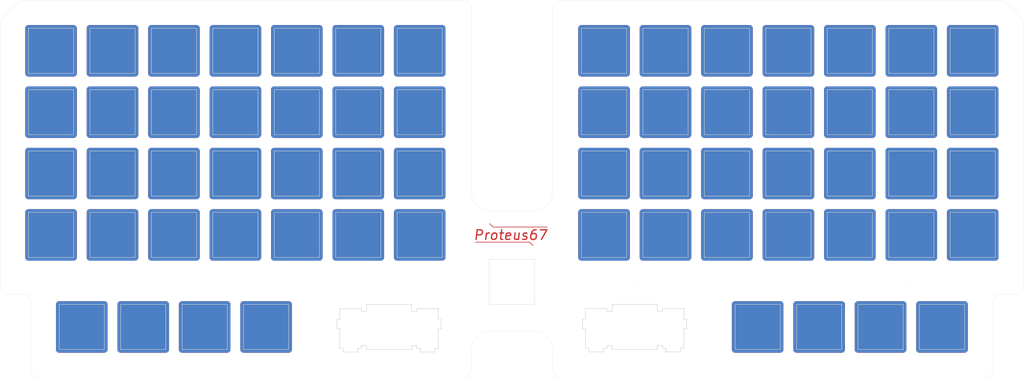
<source format=kicad_pcb>
(kicad_pcb (version 20221018) (generator pcbnew)
  (layers (0 "F.Cu" signal) (31 "B.Cu" signal) (34 "B.Paste" user) (35 "F.Paste" user) (36 "B.SilkS" user "B.Silkscreen") (37 "F.SilkS" user "F.Silkscreen") (38 "B.Mask" user) (39 "F.Mask" user) (44 "Edge.Cuts" user))
  (net 0 "")
  (footprint "Stencils:MX_FMask-with-cutout" (layer "F.Cu") (at 324.295 162.325)
    (fp_text reference "REF**" hide)
    (fp_text value "MX_FMask-with-cutout" hide)
    (fp_line (start -7 -7) (end -7 7) (stroke (width 0.15)) (layer "Edge.Cuts"))
    (fp_line (start -7 7) (end 7 7) (stroke (width 0.15)) (layer "Edge.Cuts"))
    (fp_line (start 7 -7) (end -7 -7) (stroke (width 0.15)) (layer "Edge.Cuts"))
    (fp_line (start 7 7) (end 7 -7) (stroke (width 0.15)) (layer "Edge.Cuts"))
  )
  (footprint "Stencils:MX_FMask-with-cutout" (layer "F.Cu") (at 124.27 76.6)
    (fp_text reference "REF**" hide)
    (fp_text value "MX_FMask-with-cutout" hide)
    (fp_line (start -7 -7) (end -7 7) (stroke (width 0.15)) (layer "Edge.Cuts"))
    (fp_line (start -7 7) (end 7 7) (stroke (width 0.15)) (layer "Edge.Cuts"))
    (fp_line (start 7 -7) (end -7 -7) (stroke (width 0.15)) (layer "Edge.Cuts"))
    (fp_line (start 7 7) (end 7 -7) (stroke (width 0.15)) (layer "Edge.Cuts"))
  )
  (footprint "Stencils:MX_FMask-with-cutout" (layer "F.Cu") (at 162.37 133.75)
    (fp_text reference "REF**" hide)
    (fp_text value "MX_FMask-with-cutout" hide)
    (fp_line (start -7 -7) (end -7 7) (stroke (width 0.15)) (layer "Edge.Cuts"))
    (fp_line (start -7 7) (end 7 7) (stroke (width 0.15)) (layer "Edge.Cuts"))
    (fp_line (start 7 -7) (end -7 -7) (stroke (width 0.15)) (layer "Edge.Cuts"))
    (fp_line (start 7 7) (end 7 -7) (stroke (width 0.15)) (layer "Edge.Cuts"))
  )
  (footprint "Stencils:MX_FMask-with-cutout" (layer "F.Cu") (at 105.22 76.6)
    (fp_text reference "REF**" hide)
    (fp_text value "MX_FMask-with-cutout" hide)
    (fp_line (start -7 -7) (end -7 7) (stroke (width 0.15)) (layer "Edge.Cuts"))
    (fp_line (start -7 7) (end 7 7) (stroke (width 0.15)) (layer "Edge.Cuts"))
    (fp_line (start 7 -7) (end -7 -7) (stroke (width 0.15)) (layer "Edge.Cuts"))
    (fp_line (start 7 7) (end 7 -7) (stroke (width 0.15)) (layer "Edge.Cuts"))
  )
  (footprint "Stencils:MX_FMask-with-cutout" (layer "F.Cu") (at 333.82 76.6)
    (fp_text reference "REF**" hide)
    (fp_text value "MX_FMask-with-cutout" hide)
    (fp_line (start -7 -7) (end -7 7) (stroke (width 0.15)) (layer "Edge.Cuts"))
    (fp_line (start -7 7) (end 7 7) (stroke (width 0.15)) (layer "Edge.Cuts"))
    (fp_line (start 7 -7) (end -7 -7) (stroke (width 0.15)) (layer "Edge.Cuts"))
    (fp_line (start 7 7) (end 7 -7) (stroke (width 0.15)) (layer "Edge.Cuts"))
  )
  (footprint "Stencils:MX_FMask-with-cutout" (layer "F.Cu") (at 162.37 95.65)
    (fp_text reference "REF**" hide)
    (fp_text value "MX_FMask-with-cutout" hide)
    (fp_line (start -7 -7) (end -7 7) (stroke (width 0.15)) (layer "Edge.Cuts"))
    (fp_line (start -7 7) (end 7 7) (stroke (width 0.15)) (layer "Edge.Cuts"))
    (fp_line (start 7 -7) (end -7 -7) (stroke (width 0.15)) (layer "Edge.Cuts"))
    (fp_line (start 7 7) (end 7 -7) (stroke (width 0.15)) (layer "Edge.Cuts"))
  )
  (footprint "Stencils:MX_FMask-with-cutout" (layer "F.Cu") (at 333.82 95.65)
    (fp_text reference "REF**" hide)
    (fp_text value "MX_FMask-with-cutout" hide)
    (fp_line (start -7 -7) (end -7 7) (stroke (width 0.15)) (layer "Edge.Cuts"))
    (fp_line (start -7 7) (end 7 7) (stroke (width 0.15)) (layer "Edge.Cuts"))
    (fp_line (start 7 -7) (end -7 -7) (stroke (width 0.15)) (layer "Edge.Cuts"))
    (fp_line (start 7 7) (end 7 -7) (stroke (width 0.15)) (layer "Edge.Cuts"))
  )
  (footprint "Stencils:MX_FMask-with-cutout" (layer "F.Cu") (at 276.67 95.65)
    (fp_text reference "REF**" hide)
    (fp_text value "MX_FMask-with-cutout" hide)
    (fp_line (start -7 -7) (end -7 7) (stroke (width 0.15)) (layer "Edge.Cuts"))
    (fp_line (start -7 7) (end 7 7) (stroke (width 0.15)) (layer "Edge.Cuts"))
    (fp_line (start 7 -7) (end -7 -7) (stroke (width 0.15)) (layer "Edge.Cuts"))
    (fp_line (start 7 7) (end 7 -7) (stroke (width 0.15)) (layer "Edge.Cuts"))
  )
  (footprint "Stencils:MX_FMask-with-cutout" (layer "F.Cu") (at 257.62 95.65)
    (fp_text reference "REF**" hide)
    (fp_text value "MX_FMask-with-cutout" hide)
    (fp_line (start -7 -7) (end -7 7) (stroke (width 0.15)) (layer "Edge.Cuts"))
    (fp_line (start -7 7) (end 7 7) (stroke (width 0.15)) (layer "Edge.Cuts"))
    (fp_line (start 7 -7) (end -7 -7) (stroke (width 0.15)) (layer "Edge.Cuts"))
    (fp_line (start 7 7) (end 7 -7) (stroke (width 0.15)) (layer "Edge.Cuts"))
  )
  (footprint "Lily58-footprint:HOLE_M2" (layer "F.Cu") (at 76.645 86.125)
    (fp_text reference "HOLE_M2" hide)
    (fp_text value "VAL**" hide)
  )
  (footprint "Stencils:MX_FMask-with-cutout" (layer "F.Cu") (at 314.77 114.7)
    (fp_text reference "REF**" hide)
    (fp_text value "MX_FMask-with-cutout" hide)
    (fp_line (start -7 -7) (end -7 7) (stroke (width 0.15)) (layer "Edge.Cuts"))
    (fp_line (start -7 7) (end 7 7) (stroke (width 0.15)) (layer "Edge.Cuts"))
    (fp_line (start 7 -7) (end -7 -7) (stroke (width 0.15)) (layer "Edge.Cuts"))
    (fp_line (start 7 7) (end 7 -7) (stroke (width 0.15)) (layer "Edge.Cuts"))
  )
  (footprint "Lily58-footprint:HOLE_M2" (layer "F.Cu") (at 171.895 86.125)
    (fp_text reference "HOLE_M2" hide)
    (fp_text value "VAL**" hide)
  )
  (footprint "Stencils:MX_FMask-with-cutout" (layer "F.Cu") (at 314.77 95.65)
    (fp_text reference "REF**" hide)
    (fp_text value "MX_FMask-with-cutout" hide)
    (fp_line (start -7 -7) (end -7 7) (stroke (width 0.15)) (layer "Edge.Cuts"))
    (fp_line (start -7 7) (end 7 7) (stroke (width 0.15)) (layer "Edge.Cuts"))
    (fp_line (start 7 -7) (end -7 -7) (stroke (width 0.15)) (layer "Edge.Cuts"))
    (fp_line (start 7 7) (end 7 -7) (stroke (width 0.15)) (layer "Edge.Cuts"))
  )
  (footprint "Stencils:MX_FMask-with-cutout" (layer "F.Cu") (at 86.17 76.6)
    (fp_text reference "REF**" hide)
    (fp_text value "MX_FMask-with-cutout" hide)
    (fp_line (start -7 -7) (end -7 7) (stroke (width 0.15)) (layer "Edge.Cuts"))
    (fp_line (start -7 7) (end 7 7) (stroke (width 0.15)) (layer "Edge.Cuts"))
    (fp_line (start 7 -7) (end -7 -7) (stroke (width 0.15)) (layer "Edge.Cuts"))
    (fp_line (start 7 7) (end 7 -7) (stroke (width 0.15)) (layer "Edge.Cuts"))
  )
  (footprint "Stencils:MX_FMask-with-cutout" (layer "F.Cu") (at 352.87 114.7)
    (fp_text reference "REF**" hide)
    (fp_text value "MX_FMask-with-cutout" hide)
    (fp_line (start -7 -7) (end -7 7) (stroke (width 0.15)) (layer "Edge.Cuts"))
    (fp_line (start -7 7) (end 7 7) (stroke (width 0.15)) (layer "Edge.Cuts"))
    (fp_line (start 7 -7) (end -7 -7) (stroke (width 0.15)) (layer "Edge.Cuts"))
    (fp_line (start 7 7) (end 7 -7) (stroke (width 0.15)) (layer "Edge.Cuts"))
  )
  (footprint "Stencils:MX_FMask-with-cutout" (layer "F.Cu") (at 314.77 76.6)
    (fp_text reference "REF**" hide)
    (fp_text value "MX_FMask-with-cutout" hide)
    (fp_line (start -7 -7) (end -7 7) (stroke (width 0.15)) (layer "Edge.Cuts"))
    (fp_line (start -7 7) (end 7 7) (stroke (width 0.15)) (layer "Edge.Cuts"))
    (fp_line (start 7 -7) (end -7 -7) (stroke (width 0.15)) (layer "Edge.Cuts"))
    (fp_line (start 7 7) (end 7 -7) (stroke (width 0.15)) (layer "Edge.Cuts"))
  )
  (footprint "Stencils:MX_FMask-with-cutout" (layer "F.Cu") (at 238.57 76.6)
    (fp_text reference "REF**" hide)
    (fp_text value "MX_FMask-with-cutout" hide)
    (fp_line (start -7 -7) (end -7 7) (stroke (width 0.15)) (layer "Edge.Cuts"))
    (fp_line (start -7 7) (end 7 7) (stroke (width 0.15)) (layer "Edge.Cuts"))
    (fp_line (start 7 -7) (end -7 -7) (stroke (width 0.15)) (layer "Edge.Cuts"))
    (fp_line (start 7 7) (end 7 -7) (stroke (width 0.15)) (layer "Edge.Cuts"))
  )
  (footprint "Stencils:MX_FMask-with-cutout" (layer "F.Cu") (at 238.57 95.65)
    (fp_text reference "REF**" hide)
    (fp_text value "MX_FMask-with-cutout" hide)
    (fp_line (start -7 -7) (end -7 7) (stroke (width 0.15)) (layer "Edge.Cuts"))
    (fp_line (start -7 7) (end 7 7) (stroke (width 0.15)) (layer "Edge.Cuts"))
    (fp_line (start 7 -7) (end -7 -7) (stroke (width 0.15)) (layer "Edge.Cuts"))
    (fp_line (start 7 7) (end 7 -7) (stroke (width 0.15)) (layer "Edge.Cuts"))
  )
  (footprint "Lily58-footprint:HOLE_M2" (layer "F.Cu") (at 86.17 148.355)
    (fp_text reference "HOLE_M2" hide)
    (fp_text value "VAL**" hide)
  )
  (footprint "Stencils:Triple-Dual-2u-LED-stab-flip" (layer "F.Cu") (at 171.912 162.34)
    (fp_text reference "SW_2u-E6" hide)
    (fp_text value "MX" hide)
    (fp_line (start -16.129 -2.286) (end -15.2654 -2.286) (stroke (width 0.1524)) (layer "Edge.Cuts"))
    (fp_line (start -16.129 0.508) (end -16.129 -2.286) (stroke (width 0.1524)) (layer "Edge.Cuts"))
    (fp_line (start -15.2654 -5.6896) (end -8.6106 -5.6896) (stroke (width 0.1524)) (layer "Edge.Cuts"))
    (fp_line (start -15.2654 -2.286) (end -15.2654 -5.6896) (stroke (width 0.1524)) (layer "Edge.Cuts"))
    (fp_line (start -15.2654 0.508) (end -16.129 0.508) (stroke (width 0.1524)) (layer "Edge.Cuts"))
    (fp_line (start -15.2654 6.604) (end -15.2654 0.508) (stroke (width 0.1524)) (layer "Edge.Cuts"))
    (fp_line (start -14.224 6.604) (end -15.2654 6.604) (stroke (width 0.1524)) (layer "Edge.Cuts"))
    (fp_line (start -14.224 7.7724) (end -14.224 6.604) (stroke (width 0.1524)) (layer "Edge.Cuts"))
    (fp_line (start -9.652 6.604) (end -9.652 7.7724) (stroke (width 0.1524)) (layer "Edge.Cuts"))
    (fp_line (start -9.652 7.7724) (end -14.224 7.7724) (stroke (width 0.1524)) (layer "Edge.Cuts"))
    (fp_line (start -8.6106 -5.6896) (end -8.6106 -4.8768) (stroke (width 0.1524)) (layer "Edge.Cuts"))
    (fp_line (start -8.6106 -4.8768) (end -6.985 -4.8768) (stroke (width 0.1524)) (layer "Edge.Cuts"))
    (fp_line (start -8.6106 5.8166) (end -8.6106 6.604) (stroke (width 0.1524)) (layer "Edge.Cuts"))
    (fp_line (start -8.6106 6.604) (end -9.652 6.604) (stroke (width 0.1524)) (layer "Edge.Cuts"))
    (fp_line (start -6.985 -6.985) (end 6.985 -6.985) (stroke (width 0.1524)) (layer "Edge.Cuts"))
    (fp_line (start -6.985 -4.8768) (end -6.985 -6.985) (stroke (width 0.1524)) (layer "Edge.Cuts"))
    (fp_line (start -6.985 5.8166) (end -8.6106 5.8166) (stroke (width 0.1524)) (layer "Edge.Cuts"))
    (fp_line (start -6.985 6.985) (end -6.985 5.8166) (stroke (width 0.1524)) (layer "Edge.Cuts"))
    (fp_line (start 6.985 -6.985) (end 6.985 -4.8768) (stroke (width 0.1524)) (layer "Edge.Cuts"))
    (fp_line (start 6.985 -4.8768) (end 8.6106 -4.8768) (stroke (width 0.1524)) (layer "Edge.Cuts"))
    (fp_line (start 6.985 5.8166) (end 6.985 6.985) (stroke (width 0.1524)) (layer "Edge.Cuts"))
    (fp_line (start 6.985 6.985) (end -6.985 6.985) (stroke (width 0.1524)) (layer "Edge.Cuts"))
    (fp_line (start 8.6106 -5.6896) (end 15.2654 -5.6896) (stroke (width 0.1524)) (layer "Edge.Cuts"))
    (fp_line (start 8.6106 -4.8768) (end 8.6106 -5.6896) (stroke (width 0.1524)) (layer "Edge.Cuts"))
    (fp_line (start 8.6106 5.8166) (end 6.985 5.8166) (stroke (width 0.1524)) (layer "Edge.Cuts"))
    (fp_line (start 8.6106 6.604) (end 8.6106 5.8166) (stroke (width 0.1524)) (layer "Edge.Cuts"))
    (fp_line (start 9.652 6.604) (end 8.6106 6.604) (stroke (width 0.1524)) (layer "Edge.Cuts"))
    (fp_line (start 9.652 7.7724) (end 9.652 6.604) (stroke (width 0.1524)) (layer "Edge.Cuts"))
    (fp_line (start 14.224 6.604) (end 14.224 7.7724) (stroke (width 0.1524)) (layer "Edge.Cuts"))
    (fp_line (start 14.224 7.7724) (end 9.652 7.7724) (stroke (width 0.1524)) (layer "Edge.Cuts"))
    (fp_line (start 15.2654 -5.6896) (end 15.2654 -2.286) (stroke (width 0.1524)) (layer "Edge.Cuts"))
    (fp_line (start 15.2654 -2.286) (end 16.129 -2.286) (stroke (width 0.1524)) (layer "Edge.Cuts"))
    (fp_line (start 15.2654 0.508) (end 15.2654 6.604) (stroke (width 0.1524)) (layer "Edge.Cuts"))
    (fp_line (start 15.2654 6.604) (end 14.224 6.604) (stroke (width 0.1524)) (layer "Edge.Cuts"))
    (fp_line (start 16.129 -2.286) (end 16.129 0.508) (stroke (width 0.1524)) (layer "Edge.Cuts"))
    (fp_line (start 16.129 0.508) (end 15.2654 0.508) (stroke (width 0.1524)) (layer "Edge.Cuts"))
  )
  (footprint "Stencils:MX_FMask-with-cutout" (layer "F.Cu") (at 86.17 95.65)
    (fp_text reference "REF**" hide)
    (fp_text value "MX_FMask-with-cutout" hide)
    (fp_line (start -7 -7) (end -7 7) (stroke (width 0.15)) (layer "Edge.Cuts"))
    (fp_line (start -7 7) (end 7 7) (stroke (width 0.15)) (layer "Edge.Cuts"))
    (fp_line (start 7 -7) (end -7 -7) (stroke (width 0.15)) (layer "Edge.Cuts"))
    (fp_line (start 7 7) (end 7 -7) (stroke (width 0.15)) (layer "Edge.Cuts"))
  )
  (footprint "Stencils:MX_FMask-with-cutout" (layer "F.Cu") (at 105.22 95.65)
    (fp_text reference "REF**" hide)
    (fp_text value "MX_FMask-with-cutout" hide)
    (fp_line (start -7 -7) (end -7 7) (stroke (width 0.15)) (layer "Edge.Cuts"))
    (fp_line (start -7 7) (end 7 7) (stroke (width 0.15)) (layer "Edge.Cuts"))
    (fp_line (start 7 -7) (end -7 -7) (stroke (width 0.15)) (layer "Edge.Cuts"))
    (fp_line (start 7 7) (end 7 -7) (stroke (width 0.15)) (layer "Edge.Cuts"))
  )
  (footprint "Stencils:MX_FMask-with-cutout" (layer "F.Cu") (at 95.695 162.325)
    (fp_text reference "REF**" hide)
    (fp_text value "MX_FMask-with-cutout" hide)
    (fp_line (start -7 -7) (end -7 7) (stroke (width 0.15)) (layer "Edge.Cuts"))
    (fp_line (start -7 7) (end 7 7) (stroke (width 0.15)) (layer "Edge.Cuts"))
    (fp_line (start 7 -7) (end -7 -7) (stroke (width 0.15)) (layer "Edge.Cuts"))
    (fp_line (start 7 7) (end 7 -7) (stroke (width 0.15)) (layer "Edge.Cuts"))
  )
  (footprint "Stencils:MX_FMask-with-cutout" (layer "F.Cu") (at 352.87 133.75)
    (fp_text reference "REF**" hide)
    (fp_text value "MX_FMask-with-cutout" hide)
    (fp_line (start -7 -7) (end -7 7) (stroke (width 0.15)) (layer "Edge.Cuts"))
    (fp_line (start -7 7) (end 7 7) (stroke (width 0.15)) (layer "Edge.Cuts"))
    (fp_line (start 7 -7) (end -7 -7) (stroke (width 0.15)) (layer "Edge.Cuts"))
    (fp_line (start 7 7) (end 7 -7) (stroke (width 0.15)) (layer "Edge.Cuts"))
  )
  (footprint "Stencils:MX_FMask-with-cutout" (layer "F.Cu") (at 67.12 114.7)
    (fp_text reference "REF**" hide)
    (fp_text value "MX_FMask-with-cutout" hide)
    (fp_line (start -7 -7) (end -7 7) (stroke (width 0.15)) (layer "Edge.Cuts"))
    (fp_line (start -7 7) (end 7 7) (stroke (width 0.15)) (layer "Edge.Cuts"))
    (fp_line (start 7 -7) (end -7 -7) (stroke (width 0.15)) (layer "Edge.Cuts"))
    (fp_line (start 7 7) (end 7 -7) (stroke (width 0.15)) (layer "Edge.Cuts"))
  )
  (footprint "Stencils:Triple-Dual-2u-LED-stab-flip" (layer "F.Cu") (at 248.075 162.3)
    (fp_text reference "SW_2u-E6" hide)
    (fp_text value "MX" hide)
    (fp_line (start -16.129 -2.286) (end -15.2654 -2.286) (stroke (width 0.1524)) (layer "Edge.Cuts"))
    (fp_line (start -16.129 0.508) (end -16.129 -2.286) (stroke (width 0.1524)) (layer "Edge.Cuts"))
    (fp_line (start -15.2654 -5.6896) (end -8.6106 -5.6896) (stroke (width 0.1524)) (layer "Edge.Cuts"))
    (fp_line (start -15.2654 -2.286) (end -15.2654 -5.6896) (stroke (width 0.1524)) (layer "Edge.Cuts"))
    (fp_line (start -15.2654 0.508) (end -16.129 0.508) (stroke (width 0.1524)) (layer "Edge.Cuts"))
    (fp_line (start -15.2654 6.604) (end -15.2654 0.508) (stroke (width 0.1524)) (layer "Edge.Cuts"))
    (fp_line (start -14.224 6.604) (end -15.2654 6.604) (stroke (width 0.1524)) (layer "Edge.Cuts"))
    (fp_line (start -14.224 7.7724) (end -14.224 6.604) (stroke (width 0.1524)) (layer "Edge.Cuts"))
    (fp_line (start -9.652 6.604) (end -9.652 7.7724) (stroke (width 0.1524)) (layer "Edge.Cuts"))
    (fp_line (start -9.652 7.7724) (end -14.224 7.7724) (stroke (width 0.1524)) (layer "Edge.Cuts"))
    (fp_line (start -8.6106 -5.6896) (end -8.6106 -4.8768) (stroke (width 0.1524)) (layer "Edge.Cuts"))
    (fp_line (start -8.6106 -4.8768) (end -6.985 -4.8768) (stroke (width 0.1524)) (layer "Edge.Cuts"))
    (fp_line (start -8.6106 5.8166) (end -8.6106 6.604) (stroke (width 0.1524)) (layer "Edge.Cuts"))
    (fp_line (start -8.6106 6.604) (end -9.652 6.604) (stroke (width 0.1524)) (layer "Edge.Cuts"))
    (fp_line (start -6.985 -6.985) (end 6.985 -6.985) (stroke (width 0.1524)) (layer "Edge.Cuts"))
    (fp_line (start -6.985 -4.8768) (end -6.985 -6.985) (stroke (width 0.1524)) (layer "Edge.Cuts"))
    (fp_line (start -6.985 5.8166) (end -8.6106 5.8166) (stroke (width 0.1524)) (layer "Edge.Cuts"))
    (fp_line (start -6.985 6.985) (end -6.985 5.8166) (stroke (width 0.1524)) (layer "Edge.Cuts"))
    (fp_line (start 6.985 -6.985) (end 6.985 -4.8768) (stroke (width 0.1524)) (layer "Edge.Cuts"))
    (fp_line (start 6.985 -4.8768) (end 8.6106 -4.8768) (stroke (width 0.1524)) (layer "Edge.Cuts"))
    (fp_line (start 6.985 5.8166) (end 6.985 6.985) (stroke (width 0.1524)) (layer "Edge.Cuts"))
    (fp_line (start 6.985 6.985) (end -6.985 6.985) (stroke (width 0.1524)) (layer "Edge.Cuts"))
    (fp_line (start 8.6106 -5.6896) (end 15.2654 -5.6896) (stroke (width 0.1524)) (layer "Edge.Cuts"))
    (fp_line (start 8.6106 -4.8768) (end 8.6106 -5.6896) (stroke (width 0.1524)) (layer "Edge.Cuts"))
    (fp_line (start 8.6106 5.8166) (end 6.985 5.8166) (stroke (width 0.1524)) (layer "Edge.Cuts"))
    (fp_line (start 8.6106 6.604) (end 8.6106 5.8166) (stroke (width 0.1524)) (layer "Edge.Cuts"))
    (fp_line (start 9.652 6.604) (end 8.6106 6.604) (stroke (width 0.1524)) (layer "Edge.Cuts"))
    (fp_line (start 9.652 7.7724) (end 9.652 6.604) (stroke (width 0.1524)) (layer "Edge.Cuts"))
    (fp_line (start 14.224 6.604) (end 14.224 7.7724) (stroke (width 0.1524)) (layer "Edge.Cuts"))
    (fp_line (start 14.224 7.7724) (end 9.652 7.7724) (stroke (width 0.1524)) (layer "Edge.Cuts"))
    (fp_line (start 15.2654 -5.6896) (end 15.2654 -2.286) (stroke (width 0.1524)) (layer "Edge.Cuts"))
    (fp_line (start 15.2654 -2.286) (end 16.129 -2.286) (stroke (width 0.1524)) (layer "Edge.Cuts"))
    (fp_line (start 15.2654 0.508) (end 15.2654 6.604) (stroke (width 0.1524)) (layer "Edge.Cuts"))
    (fp_line (start 15.2654 6.604) (end 14.224 6.604) (stroke (width 0.1524)) (layer "Edge.Cuts"))
    (fp_line (start 16.129 -2.286) (end 16.129 0.508) (stroke (width 0.1524)) (layer "Edge.Cuts"))
    (fp_line (start 16.129 0.508) (end 15.2654 0.508) (stroke (width 0.1524)) (layer "Edge.Cuts"))
  )
  (footprint "Stencils:MX_FMask-with-cutout" (layer "F.Cu") (at 276.67 133.75)
    (fp_text reference "REF**" hide)
    (fp_text value "MX_FMask-with-cutout" hide)
    (fp_line (start -7 -7) (end -7 7) (stroke (width 0.15)) (layer "Edge.Cuts"))
    (fp_line (start -7 7) (end 7 7) (stroke (width 0.15)) (layer "Edge.Cuts"))
    (fp_line (start 7 -7) (end -7 -7) (stroke (width 0.15)) (layer "Edge.Cuts"))
    (fp_line (start 7 7) (end 7 -7) (stroke (width 0.15)) (layer "Edge.Cuts"))
  )
  (footprint "Stencils:MX_FMask-with-cutout" (layer "F.Cu") (at 181.42 76.6)
    (fp_text reference "REF**" hide)
    (fp_text value "MX_FMask-with-cutout" hide)
    (fp_line (start -7 -7) (end -7 7) (stroke (width 0.15)) (layer "Edge.Cuts"))
    (fp_line (start -7 7) (end 7 7) (stroke (width 0.15)) (layer "Edge.Cuts"))
    (fp_line (start 7 -7) (end -7 -7) (stroke (width 0.15)) (layer "Edge.Cuts"))
    (fp_line (start 7 7) (end 7 -7) (stroke (width 0.15)) (layer "Edge.Cuts"))
  )
  (footprint "Stencils:MX_FMask-with-cutout" (layer "F.Cu") (at 181.42 114.7)
    (fp_text reference "REF**" hide)
    (fp_text value "MX_FMask-with-cutout" hide)
    (fp_line (start -7 -7) (end -7 7) (stroke (width 0.15)) (layer "Edge.Cuts"))
    (fp_line (start -7 7) (end 7 7) (stroke (width 0.15)) (layer "Edge.Cuts"))
    (fp_line (start 7 -7) (end -7 -7) (stroke (width 0.15)) (layer "Edge.Cuts"))
    (fp_line (start 7 7) (end 7 -7) (stroke (width 0.15)) (layer "Edge.Cuts"))
  )
  (footprint "Stencils:MX_FMask-with-cutout" (layer "F.Cu") (at 162.37 114.7)
    (fp_text reference "REF**" hide)
    (fp_text value "MX_FMask-with-cutout" hide)
    (fp_line (start -7 -7) (end -7 7) (stroke (width 0.15)) (layer "Edge.Cuts"))
    (fp_line (start -7 7) (end 7 7) (stroke (width 0.15)) (layer "Edge.Cuts"))
    (fp_line (start 7 -7) (end -7 -7) (stroke (width 0.15)) (layer "Edge.Cuts"))
    (fp_line (start 7 7) (end 7 -7) (stroke (width 0.15)) (layer "Edge.Cuts"))
  )
  (footprint "Stencils:MX_FMask-with-cutout" (layer "F.Cu") (at 105.22 114.7)
    (fp_text reference "REF**" hide)
    (fp_text value "MX_FMask-with-cutout" hide)
    (fp_line (start -7 -7) (end -7 7) (stroke (width 0.15)) (layer "Edge.Cuts"))
    (fp_line (start -7 7) (end 7 7) (stroke (width 0.15)) (layer "Edge.Cuts"))
    (fp_line (start 7 -7) (end -7 -7) (stroke (width 0.15)) (layer "Edge.Cuts"))
    (fp_line (start 7 7) (end 7 -7) (stroke (width 0.15)) (layer "Edge.Cuts"))
  )
  (footprint "" (layer "F.Cu") (at 248.095 148.355)
    (fp_text reference "")
    (fp_text value "")
  )
  (footprint "Stencils:MX_FMask-with-cutout" (layer "F.Cu") (at 86.17 133.75)
    (fp_text reference "REF**" hide)
    (fp_text value "MX_FMask-with-cutout" hide)
    (fp_line (start -7 -7) (end -7 7) (stroke (width 0.15)) (layer "Edge.Cuts"))
    (fp_line (start -7 7) (end 7 7) (stroke (width 0.15)) (layer "Edge.Cuts"))
    (fp_line (start 7 -7) (end -7 -7) (stroke (width 0.15)) (layer "Edge.Cuts"))
    (fp_line (start 7 7) (end 7 -7) (stroke (width 0.15)) (layer "Edge.Cuts"))
  )
  (footprint "Stencils:MX_FMask-with-cutout" (layer "F.Cu") (at 314.77 133.75)
    (fp_text reference "REF**" hide)
    (fp_text value "MX_FMask-with-cutout" hide)
    (fp_line (start -7 -7) (end -7 7) (stroke (width 0.15)) (layer "Edge.Cuts"))
    (fp_line (start -7 7) (end 7 7) (stroke (width 0.15)) (layer "Edge.Cuts"))
    (fp_line (start 7 -7) (end -7 -7) (stroke (width 0.15)) (layer "Edge.Cuts"))
    (fp_line (start 7 7) (end 7 -7) (stroke (width 0.15)) (layer "Edge.Cuts"))
  )
  (footprint "Stencils:MX_FMask-with-cutout" (layer "F.Cu") (at 286.195 162.325)
    (fp_text reference "REF**" hide)
    (fp_text value "MX_FMask-with-cutout" hide)
    (fp_line (start -7 -7) (end -7 7) (stroke (width 0.15)) (layer "Edge.Cuts"))
    (fp_line (start -7 7) (end 7 7) (stroke (width 0.15)) (layer "Edge.Cuts"))
    (fp_line (start 7 -7) (end -7 -7) (stroke (width 0.15)) (layer "Edge.Cuts"))
    (fp_line (start 7 7) (end 7 -7) (stroke (width 0.15)) (layer "Edge.Cuts"))
  )
  (footprint "Stencils:MX_FMask-with-cutout" (layer "F.Cu") (at 257.62 114.7)
    (fp_text reference "REF**" hide)
    (fp_text value "MX_FMask-with-cutout" hide)
    (fp_line (start -7 -7) (end -7 7) (stroke (width 0.15)) (layer "Edge.Cuts"))
    (fp_line (start -7 7) (end 7 7) (stroke (width 0.15)) (layer "Edge.Cuts"))
    (fp_line (start 7 -7) (end -7 -7) (stroke (width 0.15)) (layer "Edge.Cuts"))
    (fp_line (start 7 7) (end 7 -7) (stroke (width 0.15)) (layer "Edge.Cuts"))
  )
  (footprint "Stencils:MX_FMask-with-cutout" (layer "F.Cu") (at 333.82 114.7)
    (fp_text reference "REF**" hide)
    (fp_text value "MX_FMask-with-cutout" hide)
    (fp_line (start -7 -7) (end -7 7) (stroke (width 0.15)) (layer "Edge.Cuts"))
    (fp_line (start -7 7) (end 7 7) (stroke (width 0.15)) (layer "Edge.Cuts"))
    (fp_line (start 7 -7) (end -7 -7) (stroke (width 0.15)) (layer "Edge.Cuts"))
    (fp_line (start 7 7) (end 7 -7) (stroke (width 0.15)) (layer "Edge.Cuts"))
  )
  (footprint "Stencils:MX_FMask-with-cutout" (layer "F.Cu") (at 67.12 95.65)
    (fp_text reference "REF**" hide)
    (fp_text value "MX_FMask-with-cutout" hide)
    (fp_line (start -7 -7) (end -7 7) (stroke (width 0.15)) (layer "Edge.Cuts"))
    (fp_line (start -7 7) (end 7 7) (stroke (width 0.15)) (layer "Edge.Cuts"))
    (fp_line (start 7 -7) (end -7 -7) (stroke (width 0.15)) (layer "Edge.Cuts"))
    (fp_line (start 7 7) (end 7 -7) (stroke (width 0.15)) (layer "Edge.Cuts"))
  )
  (footprint "Stencils:MX_FMask-with-cutout" (layer "F.Cu") (at 295.72 76.6)
    (fp_text reference "REF**" hide)
    (fp_text value "MX_FMask-with-cutout" hide)
    (fp_line (start -7 -7) (end -7 7) (stroke (width 0.15)) (layer "Edge.Cuts"))
    (fp_line (start -7 7) (end 7 7) (stroke (width 0.15)) (layer "Edge.Cuts"))
    (fp_line (start 7 -7) (end -7 -7) (stroke (width 0.15)) (layer "Edge.Cuts"))
    (fp_line (start 7 7) (end 7 -7) (stroke (width 0.15)) (layer "Edge.Cuts"))
  )
  (footprint "Stencils:MX_FMask-with-cutout" (layer "F.Cu") (at 105.22 133.75)
    (fp_text reference "REF**" hide)
    (fp_text value "MX_FMask-with-cutout" hide)
    (fp_line (start -7 -7) (end -7 7) (stroke (width 0.15)) (layer "Edge.Cuts"))
    (fp_line (start -7 7) (end 7 7) (stroke (width 0.15)) (layer "Edge.Cuts"))
    (fp_line (start 7 -7) (end -7 -7) (stroke (width 0.15)) (layer "Edge.Cuts"))
    (fp_line (start 7 7) (end 7 -7) (stroke (width 0.15)) (layer "Edge.Cuts"))
  )
  (footprint "Stencils:MX_FMask-with-cutout" (layer "F.Cu") (at 333.82 133.75)
    (fp_text reference "REF**" hide)
    (fp_text value "MX_FMask-with-cutout" hide)
    (fp_line (start -7 -7) (end -7 7) (stroke (width 0.15)) (layer "Edge.Cuts"))
    (fp_line (start -7 7) (end 7 7) (stroke (width 0.15)) (layer "Edge.Cuts"))
    (fp_line (start 7 -7) (end -7 -7) (stroke (width 0.15)) (layer "Edge.Cuts"))
    (fp_line (start 7 7) (end 7 -7) (stroke (width 0.15)) (layer "Edge.Cuts"))
  )
  (footprint "Stencils:MX_FMask-with-cutout" (layer "F.Cu") (at 143.32 76.6)
    (fp_text reference "REF**" hide)
    (fp_text value "MX_FMask-with-cutout" hide)
    (fp_line (start -7 -7) (end -7 7) (stroke (width 0.15)) (layer "Edge.Cuts"))
    (fp_line (start -7 7) (end 7 7) (stroke (width 0.15)) (layer "Edge.Cuts"))
    (fp_line (start 7 -7) (end -7 -7) (stroke (width 0.15)) (layer "Edge.Cuts"))
    (fp_line (start 7 7) (end 7 -7) (stroke (width 0.15)) (layer "Edge.Cuts"))
  )
  (footprint "Stencils:MX_FMask-with-cutout" (layer "F.Cu") (at 143.32 95.65)
    (fp_text reference "REF**" hide)
    (fp_text value "MX_FMask-with-cutout" hide)
    (fp_line (start -7 -7) (end -7 7) (stroke (width 0.15)) (layer "Edge.Cuts"))
    (fp_line (start -7 7) (end 7 7) (stroke (width 0.15)) (layer "Edge.Cuts"))
    (fp_line (start 7 -7) (end -7 -7) (stroke (width 0.15)) (layer "Edge.Cuts"))
    (fp_line (start 7 7) (end 7 -7) (stroke (width 0.15)) (layer "Edge.Cuts"))
  )
  (footprint "Stencils:MX_FMask-with-cutout" (layer "F.Cu") (at 181.42 133.75)
    (fp_text reference "REF**" hide)
    (fp_text value "MX_FMask-with-cutout" hide)
    (fp_line (start -7 -7) (end -7 7) (stroke (width 0.15)) (layer "Edge.Cuts"))
    (fp_line (start -7 7) (end 7 7) (stroke (width 0.15)) (layer "Edge.Cuts"))
    (fp_line (start 7 -7) (end -7 -7) (stroke (width 0.15)) (layer "Edge.Cuts"))
    (fp_line (start 7 7) (end 7 -7) (stroke (width 0.15)) (layer "Edge.Cuts"))
  )
  (footprint "Stencils:MX_FMask-with-cutout" (layer "F.Cu") (at 352.87 76.6)
    (fp_text reference "REF**" hide)
    (fp_text value "MX_FMask-with-cutout" hide)
    (fp_line (start -7 -7) (end -7 7) (stroke (width 0.15)) (layer "Edge.Cuts"))
    (fp_line (start -7 7) (end 7 7) (stroke (width 0.15)) (layer "Edge.Cuts"))
    (fp_line (start 7 -7) (end -7 -7) (stroke (width 0.15)) (layer "Edge.Cuts"))
    (fp_line (start 7 7) (end 7 -7) (stroke (width 0.15)) (layer "Edge.Cuts"))
  )
  (footprint "Lily58-footprint:HOLE_M2" (layer "F.Cu") (at 171.895 148.355)
    (fp_text reference "HOLE_M2" hide)
    (fp_text value "VAL**" hide)
  )
  (footprint "" (layer "F.Cu") (at 343.345 86.125)
    (fp_text reference "")
    (fp_text value "")
  )
  (footprint "Stencils:MX_FMask-with-cutout" (layer "F.Cu") (at 143.32 133.75)
    (fp_text reference "REF**" hide)
    (fp_text value "MX_FMask-with-cutout" hide)
    (fp_line (start -7 -7) (end -7 7) (stroke (width 0.15)) (layer "Edge.Cuts"))
    (fp_line (start -7 7) (end 7 7) (stroke (width 0.15)) (layer "Edge.Cuts"))
    (fp_line (start 7 -7) (end -7 -7) (stroke (width 0.15)) (layer "Edge.Cuts"))
    (fp_line (start 7 7) (end 7 -7) (stroke (width 0.15)) (layer "Edge.Cuts"))
  )
  (footprint "Stencils:MX_FMask-with-cutout" (layer "F.Cu") (at 276.67 114.7)
    (fp_text reference "REF**" hide)
    (fp_text value "MX_FMask-with-cutout" hide)
    (fp_line (start -7 -7) (end -7 7) (stroke (width 0.15)) (layer "Edge.Cuts"))
    (fp_line (start -7 7) (end 7 7) (stroke (width 0.15)) (layer "Edge.Cuts"))
    (fp_line (start 7 -7) (end -7 -7) (stroke (width 0.15)) (layer "Edge.Cuts"))
    (fp_line (start 7 7) (end 7 -7) (stroke (width 0.15)) (layer "Edge.Cuts"))
  )
  (footprint "Stencils:MX_FMask-with-cutout" (layer "F.Cu") (at 295.72 133.75)
    (fp_text reference "REF**" hide)
    (fp_text value "MX_FMask-with-cutout" hide)
    (fp_line (start -7 -7) (end -7 7) (stroke (width 0.15)) (layer "Edge.Cuts"))
    (fp_line (start -7 7) (end 7 7) (stroke (width 0.15)) (layer "Edge.Cuts"))
    (fp_line (start 7 -7) (end -7 -7) (stroke (width 0.15)) (layer "Edge.Cuts"))
    (fp_line (start 7 7) (end 7 -7) (stroke (width 0.15)) (layer "Edge.Cuts"))
  )
  (footprint "Stencils:MX_FMask-with-cutout" (layer "F.Cu") (at 295.72 114.7)
    (fp_text reference "REF**" hide)
    (fp_text value "MX_FMask-with-cutout" hide)
    (fp_line (start -7 -7) (end -7 7) (stroke (width 0.15)) (layer "Edge.Cuts"))
    (fp_line (start -7 7) (end 7 7) (stroke (width 0.15)) (layer "Edge.Cuts"))
    (fp_line (start 7 -7) (end -7 -7) (stroke (width 0.15)) (layer "Edge.Cuts"))
    (fp_line (start 7 7) (end 7 -7) (stroke (width 0.15)) (layer "Edge.Cuts"))
  )
  (footprint "Stencils:MX_FMask-with-cutout" (layer "F.Cu") (at 181.42 95.65)
    (fp_text reference "REF**" hide)
    (fp_text value "MX_FMask-with-cutout" hide)
    (fp_line (start -7 -7) (end -7 7) (stroke (width 0.15)) (layer "Edge.Cuts"))
    (fp_line (start -7 7) (end 7 7) (stroke (width 0.15)) (layer "Edge.Cuts"))
    (fp_line (start 7 -7) (end -7 -7) (stroke (width 0.15)) (layer "Edge.Cuts"))
    (fp_line (start 7 7) (end 7 -7) (stroke (width 0.15)) (layer "Edge.Cuts"))
  )
  (footprint "Stencils:MX_FMask-with-cutout" (layer "F.Cu") (at 295.72 95.65)
    (fp_text reference "REF**" hide)
    (fp_text value "MX_FMask-with-cutout" hide)
    (fp_line (start -7 -7) (end -7 7) (stroke (width 0.15)) (layer "Edge.Cuts"))
    (fp_line (start -7 7) (end 7 7) (stroke (width 0.15)) (layer "Edge.Cuts"))
    (fp_line (start 7 -7) (end -7 -7) (stroke (width 0.15)) (layer "Edge.Cuts"))
    (fp_line (start 7 7) (end 7 -7) (stroke (width 0.15)) (layer "Edge.Cuts"))
  )
  (footprint "Stencils:MX_FMask-with-cutout" (layer "F.Cu") (at 257.62 133.75)
    (fp_text reference "REF**" hide)
    (fp_text value "MX_FMask-with-cutout" hide)
    (fp_line (start -7 -7) (end -7 7) (stroke (width 0.15)) (layer "Edge.Cuts"))
    (fp_line (start -7 7) (end 7 7) (stroke (width 0.15)) (layer "Edge.Cuts"))
    (fp_line (start 7 -7) (end -7 -7) (stroke (width 0.15)) (layer "Edge.Cuts"))
    (fp_line (start 7 7) (end 7 -7) (stroke (width 0.15)) (layer "Edge.Cuts"))
  )
  (footprint "Stencils:MX_FMask-with-cutout" (layer "F.Cu") (at 114.745 162.325)
    (fp_text reference "REF**" hide)
    (fp_text value "MX_FMask-with-cutout" hide)
    (fp_line (start -7 -7) (end -7 7) (stroke (width 0.15)) (layer "Edge.Cuts"))
    (fp_line (start -7 7) (end 7 7) (stroke (width 0.15)) (layer "Edge.Cuts"))
    (fp_line (start 7 -7) (end -7 -7) (stroke (width 0.15)) (layer "Edge.Cuts"))
    (fp_line (start 7 7) (end 7 -7) (stroke (width 0.15)) (layer "Edge.Cuts"))
  )
  (footprint "Stencils:MX_FMask-with-cutout" (layer "F.Cu") (at 124.27 133.75)
    (fp_text reference "REF**" hide)
    (fp_text value "MX_FMask-with-cutout" hide)
    (fp_line (start -7 -7) (end -7 7) (stroke (width 0.15)) (layer "Edge.Cuts"))
    (fp_line (start -7 7) (end 7 7) (stroke (width 0.15)) (layer "Edge.Cuts"))
    (fp_line (start 7 -7) (end -7 -7) (stroke (width 0.15)) (layer "Edge.Cuts"))
    (fp_line (start 7 7) (end 7 -7) (stroke (width 0.15)) (layer "Edge.Cuts"))
  )
  (footprint "Stencils:MX_FMask-with-cutout" (layer "F.Cu") (at 67.12 133.75)
    (fp_text reference "REF**" hide)
    (fp_text value "MX_FMask-with-cutout" hide)
    (fp_line (start -7 -7) (end -7 7) (stroke (width 0.15)) (layer "Edge.Cuts"))
    (fp_line (start -7 7) (end 7 7) (stroke (width 0.15)) (layer "Edge.Cuts"))
    (fp_line (start 7 -7) (end -7 -7) (stroke (width 0.15)) (layer "Edge.Cuts"))
    (fp_line (start 7 7) (end 7 -7) (stroke (width 0.15)) (layer "Edge.Cuts"))
  )
  (footprint "Stencils:MX_FMask-with-cutout" (layer "F.Cu") (at 305.245 162.325)
    (fp_text reference "REF**" hide)
    (fp_text value "MX_FMask-with-cutout" hide)
    (fp_line (start -7 -7) (end -7 7) (stroke (width 0.15)) (layer "Edge.Cuts"))
    (fp_line (start -7 7) (end 7 7) (stroke (width 0.15)) (layer "Edge.Cuts"))
    (fp_line (start 7 -7) (end -7 -7) (stroke (width 0.15)) (layer "Edge.Cuts"))
    (fp_line (start 7 7) (end 7 -7) (stroke (width 0.15)) (layer "Edge.Cuts"))
  )
  (footprint "Stencils:MX_FMask-with-cutout" (layer "F.Cu") (at 76.645 162.325)
    (fp_text reference "REF**" hide)
    (fp_text value "MX_FMask-with-cutout" hide)
    (fp_line (start -7 -7) (end -7 7) (stroke (width 0.15)) (layer "Edge.Cuts"))
    (fp_line (start -7 7) (end 7 7) (stroke (width 0.15)) (layer "Edge.Cuts"))
    (fp_line (start 7 -7) (end -7 -7) (stroke (width 0.15)) (layer "Edge.Cuts"))
    (fp_line (start 7 7) (end 7 -7) (stroke (width 0.15)) (layer "Edge.Cuts"))
  )
  (footprint "Stencils:MX_FMask-with-cutout" (layer "F.Cu") (at 276.67 76.6)
    (fp_text reference "REF**" hide)
    (fp_text value "MX_FMask-with-cutout" hide)
    (fp_line (start -7 -7) (end -7 7) (stroke (width 0.15)) (layer "Edge.Cuts"))
    (fp_line (start -7 7) (end 7 7) (stroke (width 0.15)) (layer "Edge.Cuts"))
    (fp_line (start 7 -7) (end -7 -7) (stroke (width 0.15)) (layer "Edge.Cuts"))
    (fp_line (start 7 7) (end 7 -7) (stroke (width 0.15)) (layer "Edge.Cuts"))
  )
  (footprint "Stencils:MX_FMask-with-cutout" (layer "F.Cu") (at 257.62 76.6)
    (fp_text reference "REF**" hide)
    (fp_text value "MX_FMask-with-cutout" hide)
    (fp_line (start -7 -7) (end -7 7) (stroke (width 0.15)) (layer "Edge.Cuts"))
    (fp_line (start -7 7) (end 7 7) (stroke (width 0.15)) (layer "Edge.Cuts"))
    (fp_line (start 7 -7) (end -7 -7) (stroke (width 0.15)) (layer "Edge.Cuts"))
    (fp_line (start 7 7) (end 7 -7) (stroke (width 0.15)) (layer "Edge.Cuts"))
  )
  (footprint "" (layer "F.Cu") (at 248.095 86.125)
    (fp_text reference "")
    (fp_text value "")
  )
  (footprint "Stencils:MX_FMask-with-cutout" (layer "F.Cu") (at 162.37 76.6)
    (fp_text reference "REF**" hide)
    (fp_text value "MX_FMask-with-cutout" hide)
    (fp_line (start -7 -7) (end -7 7) (stroke (width 0.15)) (layer "Edge.Cuts"))
    (fp_line (start -7 7) (end 7 7) (stroke (width 0.15)) (layer "Edge.Cuts"))
    (fp_line (start 7 -7) (end -7 -7) (stroke (width 0.15)) (layer "Edge.Cuts"))
    (fp_line (start 7 7) (end 7 -7) (stroke (width 0.15)) (layer "Edge.Cuts"))
  )
  (footprint "Stencils:MX_FMask-with-cutout" (layer "F.Cu") (at 238.57 133.75)
    (fp_text reference "REF**" hide)
    (fp_text value "MX_FMask-with-cutout" hide)
    (fp_line (start -7 -7) (end -7 7) (stroke (width 0.15)) (layer "Edge.Cuts"))
    (fp_line (start -7 7) (end 7 7) (stroke (width 0.15)) (layer "Edge.Cuts"))
    (fp_line (start 7 -7) (end -7 -7) (stroke (width 0.15)) (layer "Edge.Cuts"))
    (fp_line (start 7 7) (end 7 -7) (stroke (width 0.15)) (layer "Edge.Cuts"))
  )
  (footprint "Stencils:MX_FMask-with-cutout" (layer "F.Cu") (at 67.12 76.6)
    (fp_text reference "REF**" hide)
    (fp_text value "MX_FMask-with-cutout" hide)
    (fp_line (start -7 -7) (end -7 7) (stroke (width 0.15)) (layer "Edge.Cuts"))
    (fp_line (start -7 7) (end 7 7) (stroke (width 0.15)) (layer "Edge.Cuts"))
    (fp_line (start 7 -7) (end -7 -7) (stroke (width 0.15)) (layer "Edge.Cuts"))
    (fp_line (start 7 7) (end 7 -7) (stroke (width 0.15)) (layer "Edge.Cuts"))
  )
  (footprint "Stencils:MX_FMask-with-cutout" (layer "F.Cu") (at 143.32 114.7)
    (fp_text reference "REF**" hide)
    (fp_text value "MX_FMask-with-cutout" hide)
    (fp_line (start -7 -7) (end -7 7) (stroke (width 0.15)) (layer "Edge.Cuts"))
    (fp_line (start -7 7) (end 7 7) (stroke (width 0.15)) (layer "Edge.Cuts"))
    (fp_line (start 7 -7) (end -7 -7) (stroke (width 0.15)) (layer "Edge.Cuts"))
    (fp_line (start 7 7) (end 7 -7) (stroke (width 0.15)) (layer "Edge.Cuts"))
  )
  (footprint "Stencils:MX_FMask-with-cutout" (layer "F.Cu") (at 124.27 95.65)
    (fp_text reference "REF**" hide)
    (fp_text value "MX_FMask-with-cutout" hide)
    (fp_line (start -7 -7) (end -7 7) (stroke (width 0.15)) (layer "Edge.Cuts"))
    (fp_line (start -7 7) (end 7 7) (stroke (width 0.15)) (layer "Edge.Cuts"))
    (fp_line (start 7 -7) (end -7 -7) (stroke (width 0.15)) (layer "Edge.Cuts"))
    (fp_line (start 7 7) (end 7 -7) (stroke (width 0.15)) (layer "Edge.Cuts"))
  )
  (footprint "Stencils:MX_FMask-with-cutout" (layer "F.Cu") (at 343.345 162.325)
    (fp_text reference "REF**" hide)
    (fp_text value "MX_FMask-with-cutout" hide)
    (fp_line (start -7 -7) (end -7 7) (stroke (width 0.15)) (layer "Edge.Cuts"))
    (fp_line (start -7 7) (end 7 7) (stroke (width 0.15)) (layer "Edge.Cuts"))
    (fp_line (start 7 -7) (end -7 -7) (stroke (width 0.15)) (layer "Edge.Cuts"))
    (fp_line (start 7 7) (end 7 -7) (stroke (width 0.15)) (layer "Edge.Cuts"))
  )
  (footprint "" (layer "F.Cu") (at 333.82 148.355)
    (fp_text reference "")
    (fp_text value "")
  )
  (footprint "Stencils:MX_FMask-with-cutout" (layer "F.Cu") (at 86.17 114.7)
    (fp_text reference "REF**" hide)
    (fp_text value "MX_FMask-with-cutout" hide)
    (fp_line (start -7 -7) (end -7 7) (stroke (width 0.15)) (layer "Edge.Cuts"))
    (fp_line (start -7 7) (end 7 7) (stroke (width 0.15)) (layer "Edge.Cuts"))
    (fp_line (start 7 -7) (end -7 -7) (stroke (width 0.15)) (layer "Edge.Cuts"))
    (fp_line (start 7 7) (end 7 -7) (stroke (width 0.15)) (layer "Edge.Cuts"))
  )
  (footprint "Stencils:MX_FMask-with-cutout" (layer "F.Cu") (at 124.27 114.7)
    (fp_text reference "REF**" hide)
    (fp_text value "MX_FMask-with-cutout" hide)
    (fp_line (start -7 -7) (end -7 7) (stroke (width 0.15)) (layer "Edge.Cuts"))
    (fp_line (start -7 7) (end 7 7) (stroke (width 0.15)) (layer "Edge.Cuts"))
    (fp_line (start 7 -7) (end -7 -7) (stroke (width 0.15)) (layer "Edge.Cuts"))
    (fp_line (start 7 7) (end 7 -7) (stroke (width 0.15)) (layer "Edge.Cuts"))
  )
  (footprint "Stencils:MX_FMask-with-cutout" (layer "F.Cu") (at 133.795 162.325)
    (fp_text reference "REF**" hide)
    (fp_text value "MX_FMask-with-cutout" hide)
    (fp_line (start -7 -7) (end -7 7) (stroke (width 0.15)) (layer "Edge.Cuts"))
    (fp_line (start -7 7) (end 7 7) (stroke (width 0.15)) (layer "Edge.Cuts"))
    (fp_line (start 7 -7) (end -7 -7) (stroke (width 0.15)) (layer "Edge.Cuts"))
    (fp_line (start 7 7) (end 7 -7) (stroke (width 0.15)) (layer "Edge.Cuts"))
  )
  (footprint "Stencils:MX_FMask-with-cutout" (layer "F.Cu") (at 238.57 114.7)
    (fp_text reference "REF**" hide)
    (fp_text value "MX_FMask-with-cutout" hide)
    (fp_line (start -7 -7) (end -7 7) (stroke (width 0.15)) (layer "Edge.Cuts"))
    (fp_line (start -7 7) (end 7 7) (stroke (width 0.15)) (layer "Edge.Cuts"))
    (fp_line (start 7 -7) (end -7 -7) (stroke (width 0.15)) (layer "Edge.Cuts"))
    (fp_line (start 7 7) (end 7 -7) (stroke (width 0.15)) (layer "Edge.Cuts"))
  )
  (footprint "Stencils:MX_FMask-with-cutout" (layer "F.Cu") (at 352.87 95.65)
    (fp_text reference "REF**" hide)
    (fp_text value "MX_FMask-with-cutout" hide)
    (fp_line (start -7 -7) (end -7 7) (stroke (width 0.15)) (layer "Edge.Cuts"))
    (fp_line (start -7 7) (end 7 7) (stroke (width 0.15)) (layer "Edge.Cuts"))
    (fp_line (start 7 -7) (end -7 -7) (stroke (width 0.15)) (layer "Edge.Cuts"))
    (fp_line (start 7 7) (end 7 -7) (stroke (width 0.15)) (layer "Edge.Cuts"))
  )
  (gr_arc (start 197.37 175.66) (mid 196.626551 177.455844) (end 194.831 178.2) (stroke (width 0.05)) (layer "Edge.Cuts"))
  (gr_line (start 222.691 175.66) (end 222.691 169.94) (stroke (width 0.05)) (layer "Edge.Cuts"))
  (gr_line (start 362.4 60.85) (end 225.2495 60.85) (stroke (width 0.05)) (layer "Edge.Cuts"))
  (gr_line (start 222.7105 63.39) (end 222.7105 120) (stroke (width 0.05)) (layer "Edge.Cuts"))
  (gr_line (start 53.856 152.165) (end 58.301 152.165) (stroke (width 0.05)) (layer "Edge.Cuts"))
  (gr_line (start 197.3895 63.39) (end 197.3895 120) (stroke (width 0.05)) (layer "Edge.Cuts"))
  (gr_arc (start 197.37 169.94) (mid 199.229872 165.449872) (end 203.72 163.59) (stroke (width 0.05)) (layer "Edge.Cuts"))
  (gr_arc (start 203.7395 126.35) (mid 199.249372 124.490128) (end 197.3895 120) (stroke (width 0.05)) (layer "Edge.Cuts"))
  (gr_arc (start 359.22 175.66) (mid 358.476034 177.456019) (end 356.68 178.2) (stroke (width 0.05)) (layer "Edge.Cuts"))
  (gr_rect (start 202.995 141.355) (end 216.995 155.355) (stroke (width 0.1)) (fill none) (layer "Edge.Cuts"))
  (gr_line (start 359.22 154.705) (end 359.22 175.66) (stroke (width 0.05)) (layer "Edge.Cuts"))
  (gr_arc (start 222.7105 63.39) (mid 223.453947 61.594153) (end 225.2495 60.85) (stroke (width 0.05)) (layer "Edge.Cuts"))
  (gr_arc (start 225.23 178.2) (mid 223.434449 177.455844) (end 222.691 175.66) (stroke (width 0.05)) (layer "Edge.Cuts"))
  (gr_arc (start 368.75 149.625) (mid 368.006034 151.421019) (end 366.21 152.165) (stroke (width 0.05)) (layer "Edge.Cuts"))
  (gr_line (start 216.3605 126.35) (end 203.7395 126.35) (stroke (width 0.05)) (layer "Edge.Cuts"))
  (gr_line (start 63.381 178.2) (end 194.831 178.2) (stroke (width 0.05)) (layer "Edge.Cuts"))
  (gr_arc (start 58.301 152.165) (mid 60.097051 152.908949) (end 60.841 154.705) (stroke (width 0.05)) (layer "Edge.Cuts"))
  (gr_line (start 57.666 60.85) (end 51.316 67.1) (stroke (width 0.05)) (layer "Edge.Cuts"))
  (gr_arc (start 222.7105 120) (mid 220.850627 124.490125) (end 216.3605 126.35) (stroke (width 0.05)) (layer "Edge.Cuts"))
  (gr_arc (start 194.8505 60.85) (mid 196.646051 61.594156) (end 197.3895 63.39) (stroke (width 0.05)) (layer "Edge.Cuts"))
  (gr_line (start 368.75 67.1) (end 368.75 149.625) (stroke (width 0.05)) (layer "Edge.Cuts"))
  (gr_arc (start 216.341 163.59) (mid 220.831128 165.449872) (end 222.691 169.94) (stroke (width 0.05)) (layer "Edge.Cuts"))
  (gr_arc (start 63.381 178.2) (mid 61.584949 177.456051) (end 60.841 175.66) (stroke (width 0.05)) (layer "Edge.Cuts"))
  (gr_arc (start 359.22 154.705) (mid 359.963966 152.908981) (end 361.76 152.165) (stroke (width 0.05)) (layer "Edge.Cuts"))
  (gr_line (start 356.68 178.2) (end 225.23 178.2) (stroke (width 0.05)) (layer "Edge.Cuts"))
  (gr_line (start 57.666 60.85) (end 194.8505 60.85) (stroke (width 0.05)) (layer "Edge.Cuts"))
  (gr_arc (start 53.856 152.165) (mid 52.059949 151.421051) (end 51.316 149.625) (stroke (width 0.05)) (layer "Edge.Cuts"))
  (gr_line (start 197.37 175.66) (end 197.37 169.94) (stroke (width 0.05)) (layer "Edge.Cuts"))
  (gr_line (start 362.4 60.85) (end 368.75 67.1) (stroke (width 0.05)) (layer "Edge.Cuts"))
  (gr_line (start 60.841 154.705) (end 60.841 175.66) (stroke (width 0.05)) (layer "Edge.Cuts"))
  (gr_line (start 366.21 152.165) (end 361.765 152.165) (stroke (width 0.05)) (layer "Edge.Cuts"))
  (gr_line (start 51.316 67.1) (end 51.316 149.625) (stroke (width 0.05)) (layer "Edge.Cuts"))
  (gr_line (start 216.341 163.59) (end 203.72 163.59) (stroke (width 0.05)) (layer "Edge.Cuts"))
  (gr_text "Proteus67" (at 209.535 135.55) (layer "F.Cu") (effects (font (size 3 3) (thickness 0.4) italic) (justify bottom)))
  (segment (start 203.085 130.25) (end 204.135 131.3) (width 0.2) (layer "F.Cu") (net 0))
  (segment (start 216.535 137.05) (end 215.485 136) (width 0.2) (layer "F.Cu") (net 0))
  (segment (start 215.485 136) (end 198.735 136) (width 0.2) (layer "F.Cu") (net 0))
  (segment (start 204.135 131.3) (end 220.885 131.3) (width 0.2) (layer "F.Cu") (net 0))
)
</source>
